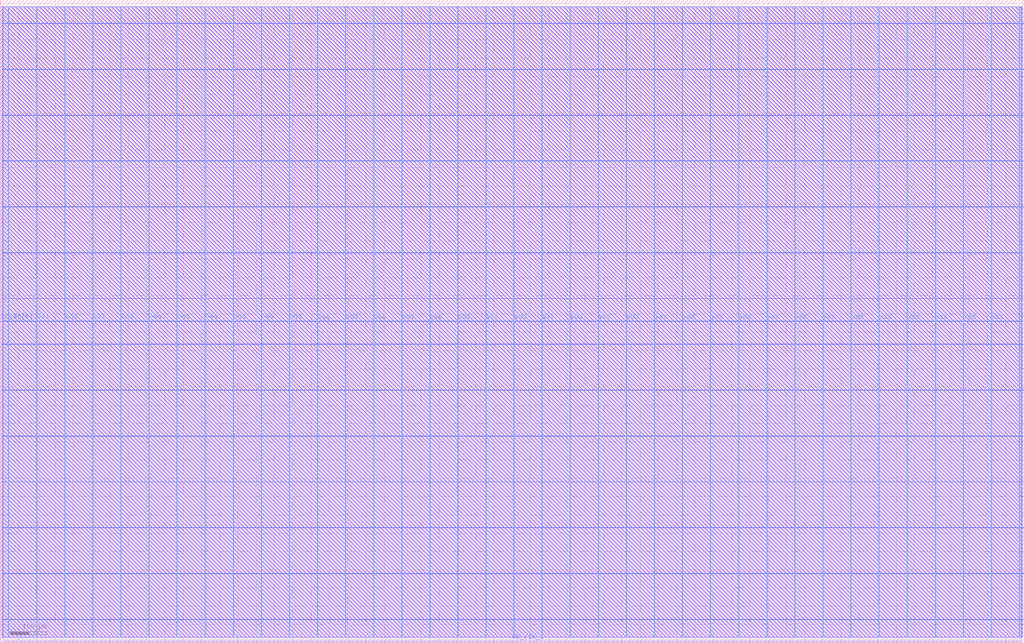
<source format=lef>
VERSION 5.7 ;
  NOWIREEXTENSIONATPIN ON ;
  DIVIDERCHAR "/" ;
  BUSBITCHARS "[]" ;
MACRO user_proj_example
  CLASS BLOCK ;
  FOREIGN user_proj_example ;
  ORIGIN 0.000 0.000 ;
  SIZE 2800.000 BY 1760.000 ;
  PIN io_in[0]
    DIRECTION INPUT ;
    USE SIGNAL ;
    ANTENNAGATEAREA 1.102000 ;
    ANTENNADIFFAREA 0.410400 ;
    PORT
      LAYER Metal3 ;
        RECT 2796.000 63.840 2800.000 64.400 ;
    END
  END io_in[0]
  PIN io_in[1]
    DIRECTION INPUT ;
    USE SIGNAL ;
    ANTENNAGATEAREA 0.726000 ;
    ANTENNADIFFAREA 0.410400 ;
    PORT
      LAYER Metal3 ;
        RECT 2796.000 440.160 2800.000 440.720 ;
    END
  END io_in[1]
  PIN io_in[2]
    DIRECTION INPUT ;
    USE SIGNAL ;
    ANTENNAGATEAREA 0.741000 ;
    ANTENNADIFFAREA 0.410400 ;
    PORT
      LAYER Metal3 ;
        RECT 2796.000 816.480 2800.000 817.040 ;
    END
  END io_in[2]
  PIN io_in[3]
    DIRECTION INPUT ;
    USE SIGNAL ;
    ANTENNAGATEAREA 0.498500 ;
    ANTENNADIFFAREA 0.410400 ;
    PORT
      LAYER Metal3 ;
        RECT 2796.000 1192.800 2800.000 1193.360 ;
    END
  END io_in[3]
  PIN io_in[4]
    DIRECTION INPUT ;
    USE SIGNAL ;
    ANTENNAGATEAREA 0.726000 ;
    ANTENNADIFFAREA 0.410400 ;
    PORT
      LAYER Metal3 ;
        RECT 2796.000 1318.240 2800.000 1318.800 ;
    END
  END io_in[4]
  PIN io_in[5]
    DIRECTION INPUT ;
    USE SIGNAL ;
    ANTENNAGATEAREA 1.102000 ;
    ANTENNADIFFAREA 0.410400 ;
    PORT
      LAYER Metal3 ;
        RECT 2796.000 1443.680 2800.000 1444.240 ;
    END
  END io_in[5]
  PIN io_in[6]
    DIRECTION INPUT ;
    USE SIGNAL ;
    ANTENNAGATEAREA 1.102000 ;
    ANTENNADIFFAREA 0.410400 ;
    PORT
      LAYER Metal3 ;
        RECT 2796.000 1569.120 2800.000 1569.680 ;
    END
  END io_in[6]
  PIN io_in[7]
    DIRECTION INPUT ;
    USE SIGNAL ;
    ANTENNAGATEAREA 1.183000 ;
    ANTENNADIFFAREA 0.410400 ;
    PORT
      LAYER Metal3 ;
        RECT 2796.000 1694.560 2800.000 1695.120 ;
    END
  END io_in[7]
  PIN io_in[8]
    DIRECTION INPUT ;
    USE SIGNAL ;
    ANTENNAGATEAREA 4.408000 ;
    ANTENNADIFFAREA 0.410400 ;
    PORT
      LAYER Metal3 ;
        RECT 0.000 879.200 4.000 879.760 ;
    END
  END io_in[8]
  PIN io_oeb[0]
    DIRECTION OUTPUT TRISTATE ;
    USE SIGNAL ;
    ANTENNADIFFAREA 0.360800 ;
    PORT
      LAYER Metal3 ;
        RECT 2796.000 314.720 2800.000 315.280 ;
    END
  END io_oeb[0]
  PIN io_oeb[1]
    DIRECTION OUTPUT TRISTATE ;
    USE SIGNAL ;
    ANTENNADIFFAREA 0.360800 ;
    PORT
      LAYER Metal3 ;
        RECT 2796.000 691.040 2800.000 691.600 ;
    END
  END io_oeb[1]
  PIN io_oeb[2]
    DIRECTION OUTPUT TRISTATE ;
    USE SIGNAL ;
    ANTENNADIFFAREA 0.360800 ;
    PORT
      LAYER Metal3 ;
        RECT 2796.000 1067.360 2800.000 1067.920 ;
    END
  END io_oeb[2]
  PIN io_out[0]
    DIRECTION OUTPUT TRISTATE ;
    USE SIGNAL ;
    ANTENNADIFFAREA 4.731200 ;
    PORT
      LAYER Metal3 ;
        RECT 2796.000 189.280 2800.000 189.840 ;
    END
  END io_out[0]
  PIN io_out[1]
    DIRECTION OUTPUT TRISTATE ;
    USE SIGNAL ;
    ANTENNADIFFAREA 4.731200 ;
    PORT
      LAYER Metal3 ;
        RECT 2796.000 565.600 2800.000 566.160 ;
    END
  END io_out[1]
  PIN io_out[2]
    DIRECTION OUTPUT TRISTATE ;
    USE SIGNAL ;
    ANTENNADIFFAREA 4.731200 ;
    PORT
      LAYER Metal3 ;
        RECT 2796.000 941.920 2800.000 942.480 ;
    END
  END io_out[2]
  PIN vdd
    DIRECTION INOUT ;
    USE POWER ;
    PORT
      LAYER Metal4 ;
        RECT 22.240 15.380 23.840 1740.780 ;
    END
    PORT
      LAYER Metal4 ;
        RECT 175.840 15.380 177.440 1740.780 ;
    END
    PORT
      LAYER Metal4 ;
        RECT 329.440 15.380 331.040 1740.780 ;
    END
    PORT
      LAYER Metal4 ;
        RECT 483.040 15.380 484.640 1740.780 ;
    END
    PORT
      LAYER Metal4 ;
        RECT 636.640 15.380 638.240 1740.780 ;
    END
    PORT
      LAYER Metal4 ;
        RECT 790.240 15.380 791.840 1740.780 ;
    END
    PORT
      LAYER Metal4 ;
        RECT 943.840 15.380 945.440 1740.780 ;
    END
    PORT
      LAYER Metal4 ;
        RECT 1097.440 15.380 1099.040 1740.780 ;
    END
    PORT
      LAYER Metal4 ;
        RECT 1251.040 15.380 1252.640 1740.780 ;
    END
    PORT
      LAYER Metal4 ;
        RECT 1404.640 15.380 1406.240 1740.780 ;
    END
    PORT
      LAYER Metal4 ;
        RECT 1558.240 15.380 1559.840 1740.780 ;
    END
    PORT
      LAYER Metal4 ;
        RECT 1711.840 15.380 1713.440 1740.780 ;
    END
    PORT
      LAYER Metal4 ;
        RECT 1865.440 15.380 1867.040 1740.780 ;
    END
    PORT
      LAYER Metal4 ;
        RECT 2019.040 15.380 2020.640 1740.780 ;
    END
    PORT
      LAYER Metal4 ;
        RECT 2172.640 15.380 2174.240 1740.780 ;
    END
    PORT
      LAYER Metal4 ;
        RECT 2326.240 15.380 2327.840 1740.780 ;
    END
    PORT
      LAYER Metal4 ;
        RECT 2479.840 15.380 2481.440 1740.780 ;
    END
    PORT
      LAYER Metal4 ;
        RECT 2633.440 15.380 2635.040 1740.780 ;
    END
    PORT
      LAYER Metal4 ;
        RECT 2787.040 15.380 2788.640 1740.780 ;
    END
  END vdd
  PIN vss
    DIRECTION INOUT ;
    USE GROUND ;
    PORT
      LAYER Metal4 ;
        RECT 99.040 15.380 100.640 1740.780 ;
    END
    PORT
      LAYER Metal4 ;
        RECT 252.640 15.380 254.240 1740.780 ;
    END
    PORT
      LAYER Metal4 ;
        RECT 406.240 15.380 407.840 1740.780 ;
    END
    PORT
      LAYER Metal4 ;
        RECT 559.840 15.380 561.440 1740.780 ;
    END
    PORT
      LAYER Metal4 ;
        RECT 713.440 15.380 715.040 1740.780 ;
    END
    PORT
      LAYER Metal4 ;
        RECT 867.040 15.380 868.640 1740.780 ;
    END
    PORT
      LAYER Metal4 ;
        RECT 1020.640 15.380 1022.240 1740.780 ;
    END
    PORT
      LAYER Metal4 ;
        RECT 1174.240 15.380 1175.840 1740.780 ;
    END
    PORT
      LAYER Metal4 ;
        RECT 1327.840 15.380 1329.440 1740.780 ;
    END
    PORT
      LAYER Metal4 ;
        RECT 1481.440 15.380 1483.040 1740.780 ;
    END
    PORT
      LAYER Metal4 ;
        RECT 1635.040 15.380 1636.640 1740.780 ;
    END
    PORT
      LAYER Metal4 ;
        RECT 1788.640 15.380 1790.240 1740.780 ;
    END
    PORT
      LAYER Metal4 ;
        RECT 1942.240 15.380 1943.840 1740.780 ;
    END
    PORT
      LAYER Metal4 ;
        RECT 2095.840 15.380 2097.440 1740.780 ;
    END
    PORT
      LAYER Metal4 ;
        RECT 2249.440 15.380 2251.040 1740.780 ;
    END
    PORT
      LAYER Metal4 ;
        RECT 2403.040 15.380 2404.640 1740.780 ;
    END
    PORT
      LAYER Metal4 ;
        RECT 2556.640 15.380 2558.240 1740.780 ;
    END
    PORT
      LAYER Metal4 ;
        RECT 2710.240 15.380 2711.840 1740.780 ;
    END
  END vss
  PIN wb_clk_i
    DIRECTION INPUT ;
    USE SIGNAL ;
    ANTENNAGATEAREA 4.738000 ;
    ANTENNADIFFAREA 0.410400 ;
    PORT
      LAYER Metal2 ;
        RECT 1398.880 0.000 1399.440 4.000 ;
    END
  END wb_clk_i
  OBS
      LAYER Metal1 ;
        RECT 6.720 15.380 2793.280 1740.780 ;
      LAYER Metal2 ;
        RECT 8.540 4.300 2792.020 1740.670 ;
        RECT 8.540 4.000 1398.580 4.300 ;
        RECT 1399.740 4.000 2792.020 4.300 ;
      LAYER Metal3 ;
        RECT 4.000 1695.420 2796.000 1740.620 ;
        RECT 4.000 1694.260 2795.700 1695.420 ;
        RECT 4.000 1569.980 2796.000 1694.260 ;
        RECT 4.000 1568.820 2795.700 1569.980 ;
        RECT 4.000 1444.540 2796.000 1568.820 ;
        RECT 4.000 1443.380 2795.700 1444.540 ;
        RECT 4.000 1319.100 2796.000 1443.380 ;
        RECT 4.000 1317.940 2795.700 1319.100 ;
        RECT 4.000 1193.660 2796.000 1317.940 ;
        RECT 4.000 1192.500 2795.700 1193.660 ;
        RECT 4.000 1068.220 2796.000 1192.500 ;
        RECT 4.000 1067.060 2795.700 1068.220 ;
        RECT 4.000 942.780 2796.000 1067.060 ;
        RECT 4.000 941.620 2795.700 942.780 ;
        RECT 4.000 880.060 2796.000 941.620 ;
        RECT 4.300 878.900 2796.000 880.060 ;
        RECT 4.000 817.340 2796.000 878.900 ;
        RECT 4.000 816.180 2795.700 817.340 ;
        RECT 4.000 691.900 2796.000 816.180 ;
        RECT 4.000 690.740 2795.700 691.900 ;
        RECT 4.000 566.460 2796.000 690.740 ;
        RECT 4.000 565.300 2795.700 566.460 ;
        RECT 4.000 441.020 2796.000 565.300 ;
        RECT 4.000 439.860 2795.700 441.020 ;
        RECT 4.000 315.580 2796.000 439.860 ;
        RECT 4.000 314.420 2795.700 315.580 ;
        RECT 4.000 190.140 2796.000 314.420 ;
        RECT 4.000 188.980 2795.700 190.140 ;
        RECT 4.000 64.700 2796.000 188.980 ;
        RECT 4.000 63.540 2795.700 64.700 ;
        RECT 4.000 15.540 2796.000 63.540 ;
      LAYER Metal4 ;
        RECT 2790.620 1087.610 2790.900 1100.310 ;
  END
END user_proj_example
END LIBRARY


</source>
